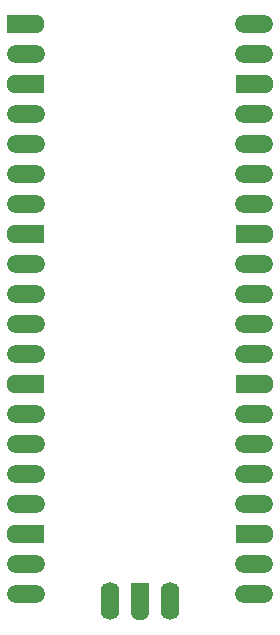
<source format=gbr>
%TF.GenerationSoftware,KiCad,Pcbnew,7.0.9*%
%TF.CreationDate,2024-01-10T08:51:33-08:00*%
%TF.ProjectId,rpi_adapter,7270695f-6164-4617-9074-65722e6b6963,rev?*%
%TF.SameCoordinates,PX82a7440PY660b0c0*%
%TF.FileFunction,Paste,Top*%
%TF.FilePolarity,Positive*%
%FSLAX46Y46*%
G04 Gerber Fmt 4.6, Leading zero omitted, Abs format (unit mm)*
G04 Created by KiCad (PCBNEW 7.0.9) date 2024-01-10 08:51:33*
%MOMM*%
%LPD*%
G01*
G04 APERTURE LIST*
G04 Aperture macros list*
%AMRoundRect*
0 Rectangle with rounded corners*
0 $1 Rounding radius*
0 $2 $3 $4 $5 $6 $7 $8 $9 X,Y pos of 4 corners*
0 Add a 4 corners polygon primitive as box body*
4,1,4,$2,$3,$4,$5,$6,$7,$8,$9,$2,$3,0*
0 Add four circle primitives for the rounded corners*
1,1,$1+$1,$2,$3*
1,1,$1+$1,$4,$5*
1,1,$1+$1,$6,$7*
1,1,$1+$1,$8,$9*
0 Add four rect primitives between the rounded corners*
20,1,$1+$1,$2,$3,$4,$5,0*
20,1,$1+$1,$4,$5,$6,$7,0*
20,1,$1+$1,$6,$7,$8,$9,0*
20,1,$1+$1,$8,$9,$2,$3,0*%
%AMFreePoly0*
4,1,28,0.178017,0.779942,0.347107,0.720775,0.498792,0.625465,0.625465,0.498792,0.720775,0.347107,0.779942,0.178017,0.800000,0.000000,0.779942,-0.178017,0.720775,-0.347107,0.625465,-0.498792,0.498792,-0.625465,0.347107,-0.720775,0.178017,-0.779942,0.000000,-0.800000,-2.200000,-0.800000,-2.205014,-0.794986,-2.244504,-0.794986,-2.324698,-0.756366,-2.380194,-0.686777,-2.400000,-0.600000,
-2.400000,0.600000,-2.380194,0.686777,-2.324698,0.756366,-2.244504,0.794986,-2.205014,0.794986,-2.200000,0.800000,0.000000,0.800000,0.178017,0.779942,0.178017,0.779942,$1*%
%AMFreePoly1*
4,1,29,0.605014,0.794986,0.644504,0.794986,0.724698,0.756366,0.780194,0.686777,0.800000,0.600000,0.800000,-0.600000,0.780194,-0.686777,0.724698,-0.756366,0.644504,-0.794986,0.605014,-0.794986,0.600000,-0.800000,0.000000,-0.800000,-1.600000,-0.800000,-1.778017,-0.779942,-1.947107,-0.720775,-2.098792,-0.625465,-2.225465,-0.498792,-2.320775,-0.347107,-2.379942,-0.178017,-2.400000,0.000000,
-2.379942,0.178017,-2.320775,0.347107,-2.225465,0.498792,-2.098792,0.625465,-1.947107,0.720775,-1.778017,0.779942,-1.600000,0.800000,0.600000,0.800000,0.605014,0.794986,0.605014,0.794986,$1*%
%AMFreePoly2*
4,1,29,1.778017,0.779942,1.947107,0.720775,2.098792,0.625465,2.225465,0.498792,2.320775,0.347107,2.379942,0.178017,2.400000,0.000000,2.379942,-0.178017,2.320775,-0.347107,2.225465,-0.498792,2.098792,-0.625465,1.947107,-0.720775,1.778017,-0.779942,1.600000,-0.800000,0.000000,-0.800000,-0.600000,-0.800000,-0.605014,-0.794986,-0.644504,-0.794986,-0.724698,-0.756366,-0.780194,-0.686777,
-0.800000,-0.600000,-0.800000,0.600000,-0.780194,0.686777,-0.724698,0.756366,-0.644504,0.794986,-0.605014,0.794986,-0.600000,0.800000,1.600000,0.800000,1.778017,0.779942,1.778017,0.779942,$1*%
G04 Aperture macros list end*
%ADD10FreePoly0,0.000000*%
%ADD11RoundRect,0.800000X-0.800000X0.000000X0.800000X0.000000X0.800000X0.000000X-0.800000X0.000000X0*%
%ADD12FreePoly1,0.000000*%
%ADD13FreePoly2,0.000000*%
%ADD14RoundRect,0.800000X0.000000X-0.800000X0.000000X0.800000X0.000000X0.800000X0.000000X-0.800000X0*%
%ADD15FreePoly2,270.000000*%
G04 APERTURE END LIST*
D10*
%TO.C,U1*%
X-8890000Y24130000D03*
D11*
X-9690000Y21590000D03*
D12*
X-8890000Y19050000D03*
D11*
X-9690000Y16510000D03*
X-9690000Y13970000D03*
X-9690000Y11430000D03*
X-9690000Y8890000D03*
D12*
X-8890000Y6350000D03*
D11*
X-9690000Y3810000D03*
X-9690000Y1270000D03*
X-9690000Y-1270000D03*
X-9690000Y-3810000D03*
D12*
X-8890000Y-6350000D03*
D11*
X-9690000Y-8890000D03*
X-9690000Y-11430000D03*
X-9690000Y-13970000D03*
X-9690000Y-16510000D03*
D12*
X-8890000Y-19050000D03*
D11*
X-9690000Y-21590000D03*
X-9690000Y-24130000D03*
X9690000Y-24130000D03*
X9690000Y-21590000D03*
D13*
X8890000Y-19050000D03*
D11*
X9690000Y-16510000D03*
X9690000Y-13970000D03*
X9690000Y-11430000D03*
X9690000Y-8890000D03*
D13*
X8890000Y-6350000D03*
D11*
X9690000Y-3810000D03*
X9690000Y-1270000D03*
X9690000Y1270000D03*
X9690000Y3810000D03*
D13*
X8890000Y6350000D03*
D11*
X9690000Y8890000D03*
X9690000Y11430000D03*
X9690000Y13970000D03*
X9690000Y16510000D03*
D13*
X8890000Y19050000D03*
D11*
X9690000Y21590000D03*
X9690000Y24130000D03*
D14*
X-2540000Y-24700000D03*
D15*
X0Y-23900000D03*
D14*
X2540000Y-24700000D03*
%TD*%
M02*

</source>
